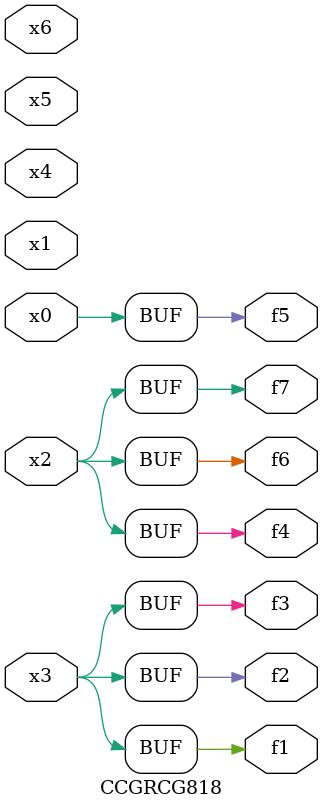
<source format=v>
module CCGRCG818(
	input x0, x1, x2, x3, x4, x5, x6,
	output f1, f2, f3, f4, f5, f6, f7
);
	assign f1 = x3;
	assign f2 = x3;
	assign f3 = x3;
	assign f4 = x2;
	assign f5 = x0;
	assign f6 = x2;
	assign f7 = x2;
endmodule

</source>
